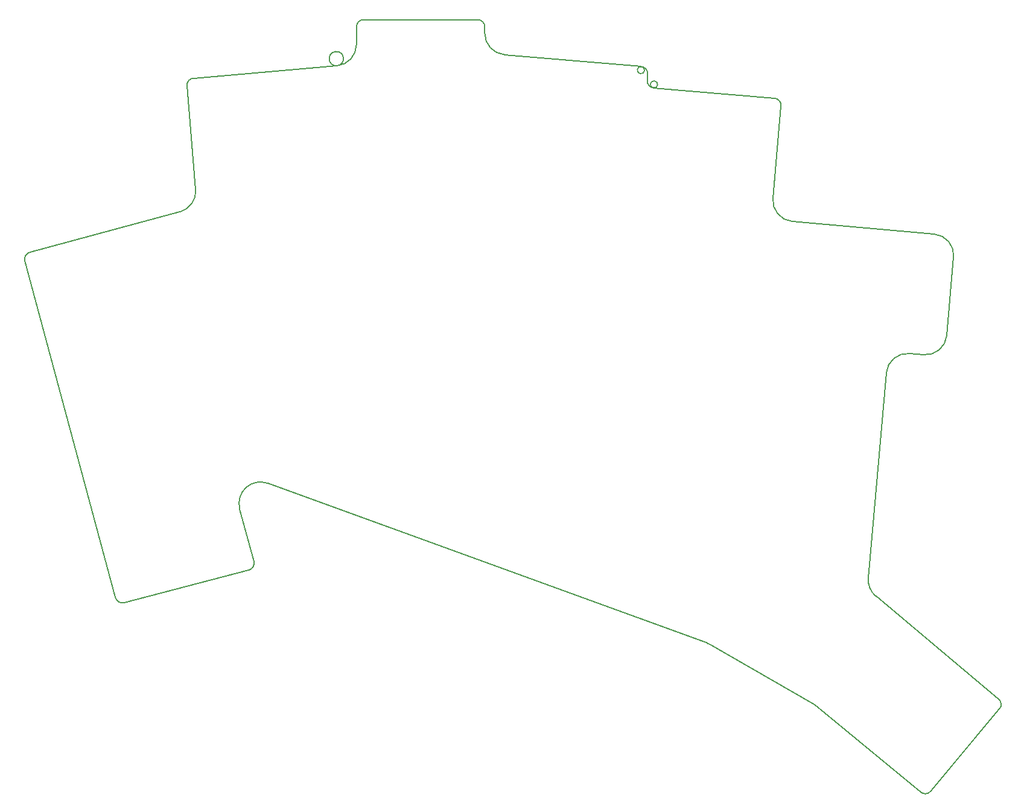
<source format=gbr>
%TF.GenerationSoftware,KiCad,Pcbnew,(5.1.10)-1*%
%TF.CreationDate,2021-09-28T22:32:17-05:00*%
%TF.ProjectId,a_duck,615f6475-636b-42e6-9b69-6361645f7063,VERSION_HERE*%
%TF.SameCoordinates,Original*%
%TF.FileFunction,Profile,NP*%
%FSLAX46Y46*%
G04 Gerber Fmt 4.6, Leading zero omitted, Abs format (unit mm)*
G04 Created by KiCad (PCBNEW (5.1.10)-1) date 2021-09-28 22:32:17*
%MOMM*%
%LPD*%
G01*
G04 APERTURE LIST*
%TA.AperFunction,Profile*%
%ADD10C,0.150000*%
%TD*%
G04 APERTURE END LIST*
D10*
X228418886Y-114387553D02*
X245372211Y-115822899D01*
X164156249Y-128625000D02*
G75*
G02*
X161944122Y-131784245I-2988584J-261467D01*
G01*
X154130994Y-186613356D02*
X171605393Y-182068495D01*
X172312500Y-180843750D02*
G75*
G02*
X171605393Y-182068495I-965926J-258819D01*
G01*
X170343750Y-173463957D02*
X172312500Y-180843750D01*
X140199143Y-138662245D02*
X152906250Y-185906250D01*
X154130994Y-186613356D02*
G75*
G02*
X152906250Y-185906250I-258819J965925D01*
G01*
X140906250Y-137437500D02*
X161944122Y-131784245D01*
X140199143Y-138662245D02*
G75*
G02*
X140906250Y-137437500I965926J258819D01*
G01*
X162937500Y-114093750D02*
X164156250Y-128625000D01*
X163846540Y-113010400D02*
X183979580Y-111270884D01*
X162937500Y-114093750D02*
G75*
G02*
X163846540Y-113010400I996195J87155D01*
G01*
X204718113Y-106720854D02*
X204718113Y-105800362D01*
X203718113Y-104800362D02*
G75*
G02*
X204718113Y-105800362I0J-1000000D01*
G01*
X203718113Y-104800362D02*
X187718113Y-104800362D01*
X186718113Y-105800362D02*
G75*
G02*
X187718113Y-104800362I1000000J0D01*
G01*
X186718113Y-105800362D02*
X186718113Y-108282300D01*
X227509847Y-113304202D02*
X227582477Y-112474040D01*
X226673438Y-111390689D02*
G75*
G02*
X227582477Y-112474040I-87156J-996195D01*
G01*
X207456646Y-109709438D02*
X226673438Y-111390690D01*
X258538800Y-183169030D02*
X261057132Y-154384363D01*
X247875000Y-133125000D02*
X267781220Y-134896248D01*
X269549624Y-149104441D02*
X270508337Y-138146299D01*
X266299573Y-151831558D02*
X264307183Y-151657246D01*
X245147883Y-129874949D02*
X246281250Y-116906250D01*
X245372211Y-115822899D02*
G75*
G02*
X246281250Y-116906250I-87156J-996195D01*
G01*
X174267587Y-169868422D02*
X235978224Y-192337469D01*
X236452164Y-192558471D02*
X251023060Y-200970982D01*
X251023060Y-200970982D02*
X265872418Y-213217006D01*
X267281250Y-213093750D02*
G75*
G02*
X265872418Y-213217006I-766044J642788D01*
G01*
X267281250Y-213093750D02*
X276937500Y-201562500D01*
X276814244Y-200153668D02*
G75*
G02*
X276937500Y-201562500I-642788J-766044D01*
G01*
X259599022Y-185728630D02*
X276814244Y-200153668D01*
X170343750Y-173463957D02*
G75*
G02*
X174267587Y-169868422I2897777J776457D01*
G01*
X235978225Y-192337469D02*
G75*
G02*
X236452164Y-192558471I-1026061J-2819078D01*
G01*
X259599021Y-185728630D02*
G75*
G02*
X258538800Y-183169030I1928363J2298133D01*
G01*
X261057132Y-154384363D02*
G75*
G02*
X264307183Y-151657246I2988584J-261467D01*
G01*
X269549624Y-149104441D02*
G75*
G02*
X266299573Y-151831558I-2988584J261467D01*
G01*
X267781220Y-134896248D02*
G75*
G02*
X270508337Y-138146299I-261467J-2988584D01*
G01*
X247875000Y-133125000D02*
G75*
G02*
X245147883Y-129874949I261467J2988584D01*
G01*
X207456646Y-109709438D02*
G75*
G02*
X204718113Y-106720854I261467J2988584D01*
G01*
X186718113Y-108282300D02*
G75*
G02*
X183979580Y-111270884I-3000000J0D01*
G01*
X261057132Y-154384363D02*
G75*
G02*
X261057132Y-154384363I996195J-87156D01*
G01*
X269549624Y-149104441D02*
G75*
G02*
X269549624Y-149104441I-996194J87156D01*
G01*
X267781220Y-134896248D02*
G75*
G02*
X267781220Y-134896248I-87155J-996195D01*
G01*
X228418885Y-114387552D02*
G75*
G02*
X227509847Y-113304202I87156J996194D01*
G01*
X207456646Y-109709438D02*
G75*
G02*
X207456646Y-109709438I87156J996195D01*
G01*
X183979580Y-111270884D02*
G75*
G02*
X183979580Y-111270884I-87155J996194D01*
G01*
X235978224Y-192337469D02*
G75*
G02*
X235978224Y-192337469I-171010J-469846D01*
G01*
X228418886Y-114387553D02*
G75*
G02*
X228418886Y-114387553I43578J498098D01*
G01*
X226673438Y-111390690D02*
G75*
G02*
X226673438Y-111390690I-43578J-498097D01*
G01*
M02*

</source>
